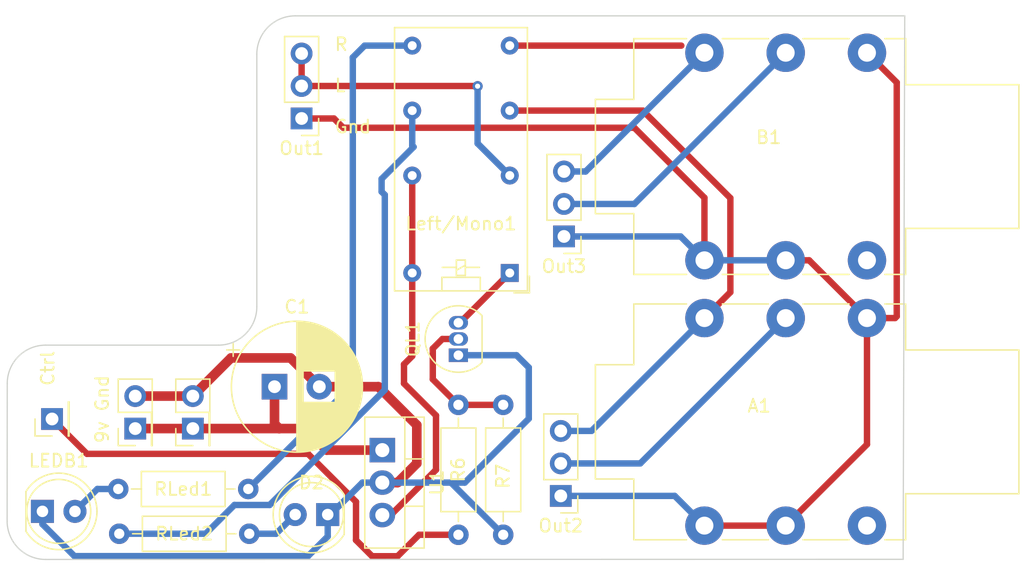
<source format=kicad_pcb>
(kicad_pcb (version 20221018) (generator pcbnew)
  (layers (0 "F.Cu" signal) (31 "B.Cu" signal) (34 "B.Paste" user) (35 "F.Paste" user) (36 "B.SilkS" user "B.Silkscreen") (37 "F.SilkS" user "F.Silkscreen") (38 "B.Mask" user) (39 "F.Mask" user) (44 "Edge.Cuts" user))
  (net 0 "")
  (net 1 "/Control")
  (net 2 "/9V")
  (net 3 "/Ctrl_GND")
  (net 5 "/A")
  (net 6 "/Signal_Gnd")
  (net 8 "/B")
  (net 9 "Net-(D2-A)")
  (net 10 "/5V")
  (net 11 "/L_out")
  (net 12 "Net-(LEDB1-A)")
  (net 13 "Net-(Left/Mono1-Pad9)")
  (net 14 "Net-(Left/Mono1-Pad11)")
  (net 15 "Net-(Out2-Pin_2)")
  (net 16 "Net-(Out3-Pin_2)")
  (net 17 "Net-(QL1-D)")
  (net 18 "Net-(QL1-G)")
  (footprint "Connector_Audio:Jack_6.35mm_Neutrik_NMJ6HFD3_Horizontal" (layer "F.Cu") (at 169.475 80.385)
    (fp_text reference "B1" (at 5.025 6.615) (layer "F.SilkS"))
    (fp_text value "AudioJack3_Switch")
    (fp_line (start -8.52 3.645) (end -5.52 3.645) (stroke (width 0.12)) (layer "F.SilkS"))
    (fp_line (start -8.52 12.545) (end -8.52 3.645) (stroke (width 0.12)) (layer "F.SilkS"))
    (fp_line (start -8.52 12.585) (end -5.52 12.585) (stroke (width 0.12)) (layer "F.SilkS"))
    (fp_line (start -5.52 -1.105) (end -1.4 -1.105) (stroke (width 0.12)) (layer "F.SilkS"))
    (fp_line (start -5.52 3.645) (end -5.52 -1.105) (stroke (width 0.12)) (layer "F.SilkS"))
    (fp_line (start -5.52 17.335) (end -5.52 12.585) (stroke (width 0.12)) (layer "F.SilkS"))
    (fp_line (start -1.4 17.335) (end -5.52 17.335) (stroke (width 0.12)) (layer "F.SilkS"))
    (fp_line (start 1.4 -1.105) (end 5 -1.105) (stroke (width 0.12)) (layer "F.SilkS"))
    (fp_line (start 5 17.335) (end 1.4 17.335) (stroke (width 0.12)) (layer "F.SilkS"))
    (fp_line (start 7.7 -1.105) (end 11.3 -1.105) (stroke (width 0.12)) (layer "F.SilkS"))
    (fp_line (start 11.3 17.335) (end 7.7 17.335) (stroke (width 0.12)) (layer "F.SilkS"))
    (fp_line (start 15.72 -1.105) (end 14.1 -1.105) (stroke (width 0.12)) (layer "F.SilkS"))
    (fp_line (start 15.72 2.495) (end 15.72 -1.105) (stroke (width 0.12)) (layer "F.SilkS"))
    (fp_line (start 15.72 2.495) (end 24.57 2.495) (stroke (width 0.12)) (layer "F.SilkS"))
    (fp_line (start 15.72 13.735) (end 24.57 13.735) (stroke (width 0.12)) (layer "F.SilkS"))
    (fp_line (start 15.72 17.335) (end 14.1 17.335) (stroke (width 0.12)) (layer "F.SilkS"))
    (fp_line (start 15.72 17.335) (end 15.72 13.735) (stroke (width 0.12)) (layer "F.SilkS"))
    (fp_line (start 24.57 13.735) (end 24.57 2.495) (stroke (width 0.12)) (layer "F.SilkS"))
    (pad "R" thru_hole circle (at 6.35 0) (size 3 3) (drill 1.4) (layers "*.Cu" "*.Mask") (net 16 "Net-(Out3-Pin_2)"))
    (pad "RN" thru_hole circle (at 6.35 16.23) (size 3 3) (drill 1.4) (layers "*.Cu" "*.Mask") (net 6 "/Signal_Gnd"))
    (pad "S" thru_hole circle (at 12.7 0) (size 3 3) (drill 1.4) (layers "*.Cu" "*.Mask") (net 6 "/Signal_Gnd"))
    (pad "SN" thru_hole circle (at 12.7 16.23) (size 3 3) (drill 1.4) (layers "*.Cu" "*.Mask"))
    (pad "T" thru_hole circle (at 0 0) (size 3 3) (drill 1.4) (layers "*.Cu" "*.Mask") (net 8 "/B"))
    (pad "TN" thru_hole circle (at 0 16.23) (size 3 3) (drill 1.4) (layers "*.Cu" "*.Mask") (net 6 "/Signal_Gnd"))
  )
  (footprint "Resistor_THT:R_Axial_DIN0207_L6.3mm_D2.5mm_P10.16mm_Horizontal" (layer "F.Cu") (at 153.75 107.92 -90)
    (fp_text reference "R7" (at 5.58 0.02 90) (layer "F.SilkS"))
    (fp_text value "R")
    (fp_line (start 1.04 0) (end 1.81 0) (stroke (width 0.12)) (layer "F.SilkS"))
    (fp_line (start 1.81 -1.37) (end 1.81 1.37) (stroke (width 0.12)) (layer "F.SilkS"))
    (fp_line (start 1.81 1.37) (end 8.35 1.37) (stroke (width 0.12)) (layer "F.SilkS"))
    (fp_line (start 8.35 -1.37) (end 1.81 -1.37) (stroke (width 0.12)) (layer "F.SilkS"))
    (fp_line (start 8.35 1.37) (end 8.35 -1.37) (stroke (width 0.12)) (layer "F.SilkS"))
    (fp_line (start 9.12 0) (end 8.35 0) (stroke (width 0.12)) (layer "F.SilkS"))
    (pad "1" thru_hole circle (at 0 0 270) (size 1.6 1.6) (drill 0.8) (layers "*.Cu" "*.Mask") (net 18 "Net-(QL1-G)"))
    (pad "2" thru_hole oval (at 10.16 0 270) (size 1.6 1.6) (drill 0.8) (layers "*.Cu" "*.Mask") (net 3 "/Ctrl_GND"))
  )
  (footprint "Package_TO_SOT_THT:TO-92_Inline" (layer "F.Cu") (at 150.25 104.04 90)
    (fp_text reference "QL1" (at 1.27 -3.56 90) (layer "F.SilkS"))
    (fp_text value "2N7000")
    (fp_line (start -0.53 1.85) (end 3.07 1.85) (stroke (width 0.12)) (layer "F.SilkS"))
    (fp_arc (start -0.568478 1.838478) (mid -1.132087 -0.994977) (end 1.27 -2.6) (stroke (width 0.12)) (layer "F.SilkS"))
    (fp_arc (start 1.27 -2.6) (mid 3.672087 -0.994977) (end 3.108478 1.838478) (stroke (width 0.12)) (layer "F.SilkS"))
    (pad "1" thru_hole rect (at 0 0 90) (size 1.05 1.5) (drill 0.75) (layers "*.Cu" "*.Mask") (net 3 "/Ctrl_GND"))
    (pad "2" thru_hole oval (at 1.27 0 90) (size 1.05 1.5) (drill 0.75) (layers "*.Cu" "*.Mask") (net 18 "Net-(QL1-G)"))
    (pad "3" thru_hole oval (at 2.54 0 90) (size 1.05 1.5) (drill 0.75) (layers "*.Cu" "*.Mask") (net 17 "Net-(QL1-D)"))
  )
  (footprint "LED_THT:LED_D5.0mm" (layer "F.Cu") (at 117.75 116.25)
    (fp_text reference "LEDB1" (at 1.27 -3.96) (layer "F.SilkS"))
    (fp_text value "LED")
    (fp_line (start -1.29 -1.545) (end -1.29 1.545) (stroke (width 0.12)) (layer "F.SilkS"))
    (fp_arc (start -1.29 -1.54483) (mid 2.072002 -2.880433) (end 4.26 0.000462) (stroke (width 0.12)) (layer "F.SilkS"))
    (fp_arc (start 4.26 -0.000462) (mid 2.072002 2.880433) (end -1.29 1.54483) (stroke (width 0.12)) (layer "F.SilkS"))
    (fp_circle (center 1.27 0) (end 3.77 0) (stroke (width 0.12)) (fill none) (layer "F.SilkS"))
    (pad "1" thru_hole rect (at 0 0) (size 1.8 1.8) (drill 0.9) (layers "*.Cu" "*.Mask") (net 3 "/Ctrl_GND"))
    (pad "2" thru_hole circle (at 2.54 0) (size 1.8 1.8) (drill 0.9) (layers "*.Cu" "*.Mask") (net 12 "Net-(LEDB1-A)"))
  )
  (footprint "Connector_PinHeader_2.54mm:PinHeader_1x03_P2.54mm_Vertical" (layer "F.Cu") (at 158.5 94.75 180)
    (fp_text reference "Out3" (at 0 -2.33) (layer "F.SilkS"))
    (fp_text value "Conn_01x03_Pin")
    (fp_line (start -1.33 -1.33) (end 0 -1.33) (stroke (width 0.12)) (layer "F.SilkS"))
    (fp_line (start -1.33 0) (end -1.33 -1.33) (stroke (width 0.12)) (layer "F.SilkS"))
    (fp_line (start -1.33 1.27) (end -1.33 6.41) (stroke (width 0.12)) (layer "F.SilkS"))
    (fp_line (start -1.33 1.27) (end 1.33 1.27) (stroke (width 0.12)) (layer "F.SilkS"))
    (fp_line (start -1.33 6.41) (end 1.33 6.41) (stroke (width 0.12)) (layer "F.SilkS"))
    (fp_line (start 1.33 1.27) (end 1.33 6.41) (stroke (width 0.12)) (layer "F.SilkS"))
    (pad "1" thru_hole rect (at 0 0 180) (size 1.7 1.7) (drill 1) (layers "*.Cu" "*.Mask") (net 6 "/Signal_Gnd"))
    (pad "2" thru_hole oval (at 0 2.54 180) (size 1.7 1.7) (drill 1) (layers "*.Cu" "*.Mask") (net 16 "Net-(Out3-Pin_2)"))
    (pad "3" thru_hole oval (at 0 5.08 180) (size 1.7 1.7) (drill 1) (layers "*.Cu" "*.Mask") (net 8 "/B"))
  )
  (footprint "Connector_PinHeader_2.54mm:PinHeader_2x01_P2.54mm_Vertical" (layer "F.Cu") (at 125 109.775 90)
    (fp_text reference "J3" hide)
    (fp_text value "Conn_01x02_Pin")
    (fp_line (start -1.33 -1.33) (end 0 -1.33) (stroke (width 0.12)) (layer "F.SilkS"))
    (fp_line (start -1.33 0) (end -1.33 -1.33) (stroke (width 0.12)) (layer "F.SilkS"))
    (fp_line (start -1.33 1.27) (end -1.33 1.33) (stroke (width 0.12)) (layer "F.SilkS"))
    (fp_line (start -1.33 1.27) (end 1.27 1.27) (stroke (width 0.12)) (layer "F.SilkS"))
    (fp_line (start -1.33 1.33) (end 3.87 1.33) (stroke (width 0.12)) (layer "F.SilkS"))
    (fp_line (start 1.27 -1.33) (end 3.87 -1.33) (stroke (width 0.12)) (layer "F.SilkS"))
    (fp_line (start 1.27 1.27) (end 1.27 -1.33) (stroke (width 0.12)) (layer "F.SilkS"))
    (fp_line (start 3.87 -1.33) (end 3.87 1.33) (stroke (width 0.12)) (layer "F.SilkS"))
    (pad "1" thru_hole rect (at 0 0 90) (size 1.7 1.7) (drill 1) (layers "*.Cu" "*.Mask") (net 2 "/9V"))
    (pad "2" thru_hole oval (at 2.54 0 90) (size 1.7 1.7) (drill 1) (layers "*.Cu" "*.Mask") (net 3 "/Ctrl_GND"))
  )
  (footprint "Resistor_THT:R_Axial_DIN0207_L6.3mm_D2.5mm_P10.16mm_Horizontal" (layer "F.Cu") (at 123.75 118)
    (fp_text reference "RLed2" (at 5.08 0) (layer "F.SilkS"))
    (fp_text value "R")
    (fp_line (start 1.04 0) (end 1.81 0) (stroke (width 0.12)) (layer "F.SilkS"))
    (fp_line (start 1.81 -1.37) (end 1.81 1.37) (stroke (width 0.12)) (layer "F.SilkS"))
    (fp_line (start 1.81 1.37) (end 8.35 1.37) (stroke (width 0.12)) (layer "F.SilkS"))
    (fp_line (start 8.35 -1.37) (end 1.81 -1.37) (stroke (width 0.12)) (layer "F.SilkS"))
    (fp_line (start 8.35 1.37) (end 8.35 -1.37) (stroke (width 0.12)) (layer "F.SilkS"))
    (fp_line (start 9.12 0) (end 8.35 0) (stroke (width 0.12)) (layer "F.SilkS"))
    (pad "1" thru_hole circle (at 0 0) (size 1.6 1.6) (drill 0.8) (layers "*.Cu" "*.Mask") (net 14 "Net-(Left/Mono1-Pad11)"))
    (pad "2" thru_hole oval (at 10.16 0) (size 1.6 1.6) (drill 0.8) (layers "*.Cu" "*.Mask") (net 9 "Net-(D2-A)"))
  )
  (footprint "Connector_Audio:Jack_6.35mm_Neutrik_NMJ6HFD3_Horizontal" (layer "F.Cu") (at 169.475 101.135)
    (fp_text reference "A1" (at 4.275 6.865) (layer "F.SilkS"))
    (fp_text value "AudioJack3_Switch")
    (fp_line (start -8.52 3.645) (end -5.52 3.645) (stroke (width 0.12)) (layer "F.SilkS"))
    (fp_line (start -8.52 12.545) (end -8.52 3.645) (stroke (width 0.12)) (layer "F.SilkS"))
    (fp_line (start -8.52 12.585) (end -5.52 12.585) (stroke (width 0.12)) (layer "F.SilkS"))
    (fp_line (start -5.52 -1.105) (end -1.4 -1.105) (stroke (width 0.12)) (layer "F.SilkS"))
    (fp_line (start -5.52 3.645) (end -5.52 -1.105) (stroke (width 0.12)) (layer "F.SilkS"))
    (fp_line (start -5.52 17.335) (end -5.52 12.585) (stroke (width 0.12)) (layer "F.SilkS"))
    (fp_line (start -1.4 17.335) (end -5.52 17.335) (stroke (width 0.12)) (layer "F.SilkS"))
    (fp_line (start 1.4 -1.105) (end 5 -1.105) (stroke (width 0.12)) (layer "F.SilkS"))
    (fp_line (start 5 17.335) (end 1.4 17.335) (stroke (width 0.12)) (layer "F.SilkS"))
    (fp_line (start 7.7 -1.105) (end 11.3 -1.105) (stroke (width 0.12)) (layer "F.SilkS"))
    (fp_line (start 11.3 17.335) (end 7.7 17.335) (stroke (width 0.12)) (layer "F.SilkS"))
    (fp_line (start 15.72 -1.105) (end 14.1 -1.105) (stroke (width 0.12)) (layer "F.SilkS"))
    (fp_line (start 15.72 2.495) (end 15.72 -1.105) (stroke (width 0.12)) (layer "F.SilkS"))
    (fp_line (start 15.72 2.495) (end 24.57 2.495) (stroke (width 0.12)) (layer "F.SilkS"))
    (fp_line (start 15.72 13.735) (end 24.57 13.735) (stroke (width 0.12)) (layer "F.SilkS"))
    (fp_line (start 15.72 17.335) (end 14.1 17.335) (stroke (width 0.12)) (layer "F.SilkS"))
    (fp_line (start 15.72 17.335) (end 15.72 13.735) (stroke (width 0.12)) (layer "F.SilkS"))
    (fp_line (start 24.57 13.735) (end 24.57 2.495) (stroke (width 0.12)) (layer "F.SilkS"))
    (pad "R" thru_hole circle (at 6.35 0) (size 3 3) (drill 1.4) (layers "*.Cu" "*.Mask") (net 15 "Net-(Out2-Pin_2)"))
    (pad "RN" thru_hole circle (at 6.35 16.23) (size 3 3) (drill 1.4) (layers "*.Cu" "*.Mask") (net 6 "/Signal_Gnd"))
    (pad "S" thru_hole circle (at 12.7 0) (size 3 3) (drill 1.4) (layers "*.Cu" "*.Mask") (net 6 "/Signal_Gnd"))
    (pad "SN" thru_hole circle (at 12.7 16.23) (size 3 3) (drill 1.4) (layers "*.Cu" "*.Mask"))
    (pad "T" thru_hole circle (at 0 0) (size 3 3) (drill 1.4) (layers "*.Cu" "*.Mask") (net 5 "/A"))
    (pad "TN" thru_hole circle (at 0 16.23) (size 3 3) (drill 1.4) (layers "*.Cu" "*.Mask") (net 6 "/Signal_Gnd"))
  )
  (footprint "Connector_PinHeader_2.54mm:PinHeader_1x03_P2.54mm_Vertical" (layer "F.Cu") (at 158.25 115.04 180)
    (fp_text reference "Out2" (at 0 -2.33) (layer "F.SilkS"))
    (fp_text value "Conn_01x03_Pin")
    (fp_line (start -1.33 -1.33) (end 0 -1.33) (stroke (width 0.12)) (layer "F.SilkS"))
    (fp_line (start -1.33 0) (end -1.33 -1.33) (stroke (width 0.12)) (layer "F.SilkS"))
    (fp_line (start -1.33 1.27) (end -1.33 6.41) (stroke (width 0.12)) (layer "F.SilkS"))
    (fp_line (start -1.33 1.27) (end 1.33 1.27) (stroke (width 0.12)) (layer "F.SilkS"))
    (fp_line (start -1.33 6.41) (end 1.33 6.41) (stroke (width 0.12)) (layer "F.SilkS"))
    (fp_line (start 1.33 1.27) (end 1.33 6.41) (stroke (width 0.12)) (layer "F.SilkS"))
    (pad "1" thru_hole rect (at 0 0 180) (size 1.7 1.7) (drill 1) (layers "*.Cu" "*.Mask") (net 6 "/Signal_Gnd"))
    (pad "2" thru_hole oval (at 0 2.54 180) (size 1.7 1.7) (drill 1) (layers "*.Cu" "*.Mask") (net 15 "Net-(Out2-Pin_2)"))
    (pad "3" thru_hole oval (at 0 5.08 180) (size 1.7 1.7) (drill 1) (layers "*.Cu" "*.Mask") (net 5 "/A"))
  )
  (footprint "Resistor_THT:R_Axial_DIN0207_L6.3mm_D2.5mm_P10.16mm_Horizontal" (layer "F.Cu") (at 133.83 114.5 180)
    (fp_text reference "RLed1" (at 5.08 0) (layer "F.SilkS"))
    (fp_text value "R")
    (fp_line (start 1.04 0) (end 1.81 0) (stroke (width 0.12)) (layer "F.SilkS"))
    (fp_line (start 1.81 -1.37) (end 1.81 1.37) (stroke (width 0.12)) (layer "F.SilkS"))
    (fp_line (start 1.81 1.37) (end 8.35 1.37) (stroke (width 0.12)) (layer "F.SilkS"))
    (fp_line (start 8.35 -1.37) (end 1.81 -1.37) (stroke (width 0.12)) (layer "F.SilkS"))
    (fp_line (start 8.35 1.37) (end 8.35 -1.37) (stroke (width 0.12)) (layer "F.SilkS"))
    (fp_line (start 9.12 0) (end 8.35 0) (stroke (width 0.12)) (layer "F.SilkS"))
    (pad "1" thru_hole circle (at 0 0 180) (size 1.6 1.6) (drill 0.8) (layers "*.Cu" "*.Mask") (net 13 "Net-(Left/Mono1-Pad9)"))
    (pad "2" thru_hole oval (at 10.16 0 180) (size 1.6 1.6) (drill 0.8) (layers "*.Cu" "*.Mask") (net 12 "Net-(LEDB1-A)"))
  )
  (footprint "Relay_THT:Relay_DPDT_Omron_G5V-2" (layer "F.Cu") (at 154.2625 97.6075 180)
    (fp_text reference "Left/Mono1" (at 3.81 3.8575) (layer "F.SilkS"))
    (fp_text value "G5V-2")
    (fp_line (start -1.54 -1.55) (end -0.33 -1.55) (stroke (width 0.12)) (layer "F.SilkS"))
    (fp_line (start -1.54 -0.25) (end -1.54 -1.55) (stroke (width 0.12)) (layer "F.SilkS"))
    (fp_line (start -1.38 -1.4) (end -1.38 19.19) (stroke (width 0.12)) (layer "F.SilkS"))
    (fp_line (start -1.38 19.19) (end 9 19.19) (stroke (width 0.12)) (layer "F.SilkS"))
    (fp_line (start 2.3 -1.4) (end 2.3 -0.36) (stroke (width 0.12)) (layer "F.SilkS"))
    (fp_line (start 2.3 -0.34) (end 5.3 -0.34) (stroke (width 0.12)) (layer "F.SilkS"))
    (fp_line (start 3.47 -0.19) (end 3.47 1.01) (stroke (width 0.12)) (layer "F.SilkS"))
    (fp_line (start 3.47 0.44) (end 2.37 0.44) (stroke (width 0.12)) (layer "F.SilkS"))
    (fp_line (start 3.47 0.61) (end 4.17 0.21) (stroke (width 0.12)) (layer "F.SilkS"))
    (fp_line (start 3.47 1.01) (end 4.17 1.01) (stroke (width 0.12)) (layer "F.SilkS"))
    (fp_line (start 4.17 -0.19) (end 3.47 -0.19) (stroke (width 0.12)) (layer "F.SilkS"))
    (fp_line (start 4.17 0.44) (end 5.27 0.44) (stroke (width 0.12)) (layer "F.SilkS"))
    (fp_line (start 4.17 1.01) (end 4.17 -0.19) (stroke (width 0.12)) (layer "F.SilkS"))
    (fp_line (start 5.3 -0.34) (end 5.3 -1.4) (stroke (width 0.12)) (layer "F.SilkS"))
    (fp_line (start 9 -1.4) (end -1.38 -1.4) (stroke (width 0.12)) (layer "F.SilkS"))
    (fp_line (start 9 19.19) (end 9 -1.4) (stroke (width 0.12)) (layer "F.SilkS"))
    (pad "1" thru_hole rect (at 0 0 180) (size 1.4 1.4) (drill 0.7) (layers "*.Cu" "*.Mask") (net 17 "Net-(QL1-D)"))
    (pad "4" thru_hole circle (at 0 7.62 180) (size 1.4 1.4) (drill 0.7) (layers "*.Cu" "*.Mask") (net 11 "/L_out"))
    (pad "6" thru_hole circle (at 0 12.7 180) (size 1.4 1.4) (drill 0.7) (layers "*.Cu" "*.Mask") (net 5 "/A"))
    (pad "8" thru_hole circle (at 0 17.78 180) (size 1.4 1.4) (drill 0.7) (layers "*.Cu" "*.Mask") (net 8 "/B"))
    (pad "9" thru_hole circle (at 7.62 17.78 180) (size 1.4 1.4) (drill 0.7) (layers "*.Cu" "*.Mask") (net 13 "Net-(Left/Mono1-Pad9)"))
    (pad "11" thru_hole circle (at 7.62 12.7 180) (size 1.4 1.4) (drill 0.7) (layers "*.Cu" "*.Mask") (net 14 "Net-(Left/Mono1-Pad11)"))
    (pad "13" thru_hole circle (at 7.62 7.62 180) (size 1.4 1.4) (drill 0.7) (layers "*.Cu" "*.Mask") (net 10 "/5V"))
    (pad "16" thru_hole circle (at 7.62 0 180) (size 1.4 1.4) (drill 0.7) (layers "*.Cu" "*.Mask") (net 10 "/5V"))
  )
  (footprint "Capacitor_THT:CP_Radial_D10.0mm_P3.50mm" (layer "F.Cu") (at 135.882323 106.5)
    (fp_text reference "C1" (at 1.75 -6.25) (layer "F.SilkS"))
    (fp_text value "C_Polarized")
    (fp_line (start -3.729646 -2.875) (end -2.729646 -2.875) (stroke (width 0.12)) (layer "F.SilkS"))
    (fp_line (start -3.229646 -3.375) (end -3.229646 -2.375) (stroke (width 0.12)) (layer "F.SilkS"))
    (fp_line (start 1.75 -5.08) (end 1.75 5.08) (stroke (width 0.12)) (layer "F.SilkS"))
    (fp_line (start 1.79 -5.08) (end 1.79 5.08) (stroke (width 0.12)) (layer "F.SilkS"))
    (fp_line (start 1.83 -5.08) (end 1.83 5.08) (stroke (width 0.12)) (layer "F.SilkS"))
    (fp_line (start 1.87 -5.079) (end 1.87 5.079) (stroke (width 0.12)) (layer "F.SilkS"))
    (fp_line (start 1.91 -5.078) (end 1.91 5.078) (stroke (width 0.12)) (layer "F.SilkS"))
    (fp_line (start 1.95 -5.077) (end 1.95 5.077) (stroke (width 0.12)) (layer "F.SilkS"))
    (fp_line (start 1.99 -5.075) (end 1.99 5.075) (stroke (width 0.12)) (layer "F.SilkS"))
    (fp_line (start 2.03 -5.073) (end 2.03 5.073) (stroke (width 0.12)) (layer "F.SilkS"))
    (fp_line (start 2.07 -5.07) (end 2.07 5.07) (stroke (width 0.12)) (layer "F.SilkS"))
    (fp_line (start 2.11 -5.068) (end 2.11 5.068) (stroke (width 0.12)) (layer "F.SilkS"))
    (fp_line (start 2.15 -5.065) (end 2.15 5.065) (stroke (width 0.12)) (layer "F.SilkS"))
    (fp_line (start 2.19 -5.062) (end 2.19 5.062) (stroke (width 0.12)) (layer "F.SilkS"))
    (fp_line (start 2.23 -5.058) (end 2.23 5.058) (stroke (width 0.12)) (layer "F.SilkS"))
    (fp_line (start 2.27 -5.054) (end 2.27 -1.241) (stroke (width 0.12)) (layer "F.SilkS"))
    (fp_line (start 2.27 1.241) (end 2.27 5.054) (stroke (width 0.12)) (layer "F.SilkS"))
    (fp_line (start 2.31 -5.05) (end 2.31 -1.241) (stroke (width 0.12)) (layer "F.SilkS"))
    (fp_line (start 2.31 1.241) (end 2.31 5.05) (stroke (width 0.12)) (layer "F.SilkS"))
    (fp_line (start 2.35 -5.045) (end 2.35 -1.241) (stroke (width 0.12)) (layer "F.SilkS"))
    (fp_line (start 2.35 1.241) (end 2.35 5.045) (stroke (width 0.12)) (layer "F.SilkS"))
    (fp_line (start 2.39 -5.04) (end 2.39 -1.241) (stroke (width 0.12)) (layer "F.SilkS"))
    (fp_line (start 2.39 1.241) (end 2.39 5.04) (stroke (width 0.12)) (layer "F.SilkS"))
    (fp_line (start 2.43 -5.035) (end 2.43 -1.241) (stroke (width 0.12)) (layer "F.SilkS"))
    (fp_line (start 2.43 1.241) (end 2.43 5.035) (stroke (width 0.12)) (layer "F.SilkS"))
    (fp_line (start 2.471 -5.03) (end 2.471 -1.241) (stroke (width 0.12)) (layer "F.SilkS"))
    (fp_line (start 2.471 1.241) (end 2.471 5.03) (stroke (width 0.12)) (layer "F.SilkS"))
    (fp_line (start 2.511 -5.024) (end 2.511 -1.241) (stroke (width 0.12)) (layer "F.SilkS"))
    (fp_line (start 2.511 1.241) (end 2.511 5.024) (stroke (width 0.12)) (layer "F.SilkS"))
    (fp_line (start 2.551 -5.018) (end 2.551 -1.241) (stroke (width 0.12)) (layer "F.SilkS"))
    (fp_line (start 2.551 1.241) (end 2.551 5.018) (stroke (width 0.12)) (layer "F.SilkS"))
    (fp_line (start 2.591 -5.011) (end 2.591 -1.241) (stroke (width 0.12)) (layer "F.SilkS"))
    (fp_line (start 2.591 1.241) (end 2.591 5.011) (stroke (width 0.12)) (layer "F.SilkS"))
    (fp_line (start 2.631 -5.004) (end 2.631 -1.241) (stroke (width 0.12)) (layer "F.SilkS"))
    (fp_line (start 2.631 1.241) (end 2.631 5.004) (stroke (width 0.12)) (layer "F.SilkS"))
    (fp_line (start 2.671 -4.997) (end 2.671 -1.241) (stroke (width 0.12)) (layer "F.SilkS"))
    (fp_line (start 2.671 1.241) (end 2.671 4.997) (stroke (width 0.12)) (layer "F.SilkS"))
    (fp_line (start 2.711 -4.99) (end 2.711 -1.241) (stroke (width 0.12)) (layer "F.SilkS"))
    (fp_line (start 2.711 1.241) (end 2.711 4.99) (stroke (width 0.12)) (layer "F.SilkS"))
    (fp_line (start 2.751 -4.982) (end 2.751 -1.241) (stroke (width 0.12)) (layer "F.SilkS"))
    (fp_line (start 2.751 1.241) (end 2.751 4.982) (stroke (width 0.12)) (layer "F.SilkS"))
    (fp_line (start 2.791 -4.974) (end 2.791 -1.241) (stroke (width 0.12)) (layer "F.SilkS"))
    (fp_line (start 2.791 1.241) (end 2.791 4.974) (stroke (width 0.12)) (layer "F.SilkS"))
    (fp_line (start 2.831 -4.965) (end 2.831 -1.241) (stroke (width 0.12)) (layer "F.SilkS"))
    (fp_line (start 2.831 1.241) (end 2.831 4.965) (stroke (width 0.12)) (layer "F.SilkS"))
    (fp_line (start 2.871 -4.956) (end 2.871 -1.241) (stroke (width 0.12)) (layer "F.SilkS"))
    (fp_line (start 2.871 1.241) (end 2.871 4.956) (stroke (width 0.12)) (layer "F.SilkS"))
    (fp_line (start 2.911 -4.947) (end 2.911 -1.241) (stroke (width 0.12)) (layer "F.SilkS"))
    (fp_line (start 2.911 1.241) (end 2.911 4.947) (stroke (width 0.12)) (layer "F.SilkS"))
    (fp_line (start 2.951 -4.938) (end 2.951 -1.241) (stroke (width 0.12)) (layer "F.SilkS"))
    (fp_line (start 2.951 1.241) (end 2.951 4.938) (stroke (width 0.12)) (layer "F.SilkS"))
    (fp_line (start 2.991 -4.928) (end 2.991 -1.241) (stroke (width 0.12)) (layer "F.SilkS"))
    (fp_line (start 2.991 1.241) (end 2.991 4.928) (stroke (width 0.12)) (layer "F.SilkS"))
    (fp_line (start 3.031 -4.918) (end 3.031 -1.241) (stroke (width 0.12)) (layer "F.SilkS"))
    (fp_line (start 3.031 1.241) (end 3.031 4.918) (stroke (width 0.12)) (layer "F.SilkS"))
    (fp_line (start 3.071 -4.907) (end 3.071 -1.241) (stroke (width 0.12)) (layer "F.SilkS"))
    (fp_line (start 3.071 1.241) (end 3.071 4.907) (stroke (width 0.12)) (layer "F.SilkS"))
    (fp_line (start 3.111 -4.897) (end 3.111 -1.241) (stroke (width 0.12)) (layer "F.SilkS"))
    (fp_line (start 3.111 1.241) (end 3.111 4.897) (stroke (width 0.12)) (layer "F.SilkS"))
    (fp_line (start 3.151 -4.885) (end 3.151 -1.241) (stroke (width 0.12)) (layer "F.SilkS"))
    (fp_line (start 3.151 1.241) (end 3.151 4.885) (stroke (width 0.12)) (layer "F.SilkS"))
    (fp_line (start 3.191 -4.874) (end 3.191 -1.241) (stroke (width 0.12)) (layer "F.SilkS"))
    (fp_line (start 3.191 1.241) (end 3.191 4.874) (stroke (width 0.12)) (layer "F.SilkS"))
    (fp_line (start 3.231 -4.862) (end 3.231 -1.241) (stroke (width 0.12)) (layer "F.SilkS"))
    (fp_line (start 3.231 1.241) (end 3.231 4.862) (stroke (width 0.12)) (layer "F.SilkS"))
    (fp_line (start 3.271 -4.85) (end 3.271 -1.241) (stroke (width 0.12)) (layer "F.SilkS"))
    (fp_line (start 3.271 1.241) (end 3.271 4.85) (stroke (width 0.12)) (layer "F.SilkS"))
    (fp_line (start 3.311 -4.837) (end 3.311 -1.241) (stroke (width 0.12)) (layer "F.SilkS"))
    (fp_line (start 3.311 1.241) (end 3.311 4.837) (stroke (width 0.12)) (layer "F.SilkS"))
    (fp_line (start 3.351 -4.824) (end 3.351 -1.241) (stroke (width 0.12)) (layer "F.SilkS"))
    (fp_line (start 3.351 1.241) (end 3.351 4.824) (stroke (width 0.12)) (layer "F.SilkS"))
    (fp_line (start 3.391 -4.811) (end 3.391 -1.241) (stroke (width 0.12)) (layer "F.SilkS"))
    (fp_line (start 3.391 1.241) (end 3.391 4.811) (stroke (width 0.12)) (layer "F.SilkS"))
    (fp_line (start 3.431 -4.797) (end 3.431 -1.241) (stroke (width 0.12)) (layer "F.SilkS"))
    (fp_line (start 3.431 1.241) (end 3.431 4.797) (stroke (width 0.12)) (layer "F.SilkS"))
    (fp_line (start 3.471 -4.783) (end 3.471 -1.241) (stroke (width 0.12)) (layer "F.SilkS"))
    (fp_line (start 3.471 1.241) (end 3.471 4.783) (stroke (width 0.12)) (layer "F.SilkS"))
    (fp_line (start 3.511 -4.768) (end 3.511 -1.241) (stroke (width 0.12)) (layer "F.SilkS"))
    (fp_line (start 3.511 1.241) (end 3.511 4.768) (stroke (width 0.12)) (layer "F.SilkS"))
    (fp_line (start 3.551 -4.754) (end 3.551 -1.241) (stroke (width 0.12)) (layer "F.SilkS"))
    (fp_line (start 3.551 1.241) (end 3.551 4.754) (stroke (width 0.12)) (layer "F.SilkS"))
    (fp_line (start 3.591 -4.738) (end 3.591 -1.241) (stroke (width 0.12)) (layer "F.SilkS"))
    (fp_line (start 3.591 1.241) (end 3.591 4.738) (stroke (width 0.12)) (layer "F.SilkS"))
    (fp_line (start 3.631 -4.723) (end 3.631 -1.241) (stroke (width 0.12)) (layer "F.SilkS"))
    (fp_line (start 3.631 1.241) (end 3.631 4.723) (stroke (width 0.12)) (layer "F.SilkS"))
    (fp_line (start 3.671 -4.707) (end 3.671 -1.241) (stroke (width 0.12)) (layer "F.SilkS"))
    (fp_line (start 3.671 1.241) (end 3.671 4.707) (stroke (width 0.12)) (layer "F.SilkS"))
    (fp_line (start 3.711 -4.69) (end 3.711 -1.241) (stroke (width 0.12)) (layer "F.SilkS"))
    (fp_line (start 3.711 1.241) (end 3.711 4.69) (stroke (width 0.12)) (layer "F.SilkS"))
    (fp_line (start 3.751 -4.674) (end 3.751 -1.241) (stroke (width 0.12)) (layer "F.SilkS"))
    (fp_line (start 3.751 1.241) (end 3.751 4.674) (stroke (width 0.12)) (layer "F.SilkS"))
    (fp_line (start 3.791 -4.657) (end 3.791 -1.241) (stroke (width 0.12)) (layer "F.SilkS"))
    (fp_line (start 3.791 1.241) (end 3.791 4.657) (stroke (width 0.12)) (layer "F.SilkS"))
    (fp_line (start 3.831 -4.639) (end 3.831 -1.241) (stroke (width 0.12)) (layer "F.SilkS"))
    (fp_line (start 3.831 1.241) (end 3.831 4.639) (stroke (width 0.12)) (layer "F.SilkS"))
    (fp_line (start 3.871 -4.621) (end 3.871 -1.241) (stroke (width 0.12)) (layer "F.SilkS"))
    (fp_line (start 3.871 1.241) (end 3.871 4.621) (stroke (width 0.12)) (layer "F.SilkS"))
    (fp_line (start 3.911 -4.603) (end 3.911 -1.241) (stroke (width 0.12)) (layer "F.SilkS"))
    (fp_line (start 3.911 1.241) (end 3.911 4.603) (stroke (width 0.12)) (layer "F.SilkS"))
    (fp_line (start 3.951 -4.584) (end 3.951 -1.241) (stroke (width 0.12)) (layer "F.SilkS"))
    (fp_line (start 3.951 1.241) (end 3.951 4.584) (stroke (width 0.12)) (layer "F.SilkS"))
    (fp_line (start 3.991 -4.564) (end 3.991 -1.241) (stroke (width 0.12)) (layer "F.SilkS"))
    (fp_line (start 3.991 1.241) (end 3.991 4.564) (stroke (width 0.12)) (layer "F.SilkS"))
    (fp_line (start 4.031 -4.545) (end 4.031 -1.241) (stroke (width 0.12)) (layer "F.SilkS"))
    (fp_line (start 4.031 1.241) (end 4.031 4.545) (stroke (width 0.12)) (layer "F.SilkS"))
    (fp_line (start 4.071 -4.525) (end 4.071 -1.241) (stroke (width 0.12)) (layer "F.SilkS"))
    (fp_line (start 4.071 1.241) (end 4.071 4.525) (stroke (width 0.12)) (layer "F.SilkS"))
    (fp_line (start 4.111 -4.504) (end 4.111 -1.241) (stroke (width 0.12)) (layer "F.SilkS"))
    (fp_line (start 4.111 1.241) (end 4.111 4.504) (stroke (width 0.12)) (layer "F.SilkS"))
    (fp_line (start 4.151 -4.483) (end 4.151 -1.241) (stroke (width 0.12)) (layer "F.SilkS"))
    (fp_line (start 4.151 1.241) (end 4.151 4.483) (stroke (width 0.12)) (layer "F.SilkS"))
    (fp_line (start 4.191 -4.462) (end 4.191 -1.241) (stroke (width 0.12)) (layer "F.SilkS"))
    (fp_line (start 4.191 1.241) (end 4.191 4.462) (stroke (width 0.12)) (layer "F.SilkS"))
    (fp_line (start 4.231 -4.44) (end 4.231 -1.241) (stroke (width 0.12)) (layer "F.SilkS"))
    (fp_line (start 4.231 1.241) (end 4.231 4.44) (stroke (width 0.12)) (layer "F.SilkS"))
    (fp_line (start 4.271 -4.417) (end 4.271 -1.241) (stroke (width 0.12)) (layer "F.SilkS"))
    (fp_line (start 4.271 1.241) (end 4.271 4.417) (stroke (width 0.12)) (layer "F.SilkS"))
    (fp_line (start 4.311 -4.395) (end 4.311 -1.241) (stroke (width 0.12)) (layer "F.SilkS"))
    (fp_line (start 4.311 1.241) (end 4.311 4.395) (stroke (width 0.12)) (layer "F.SilkS"))
    (fp_line (start 4.351 -4.371) (end 4.351 -1.241) (stroke (width 0.12)) (layer "F.SilkS"))
    (fp_line (start 4.351 1.241) (end 4.351 4.371) (stroke (width 0.12)) (layer "F.SilkS"))
    (fp_line (start 4.391 -4.347) (end 4.391 -1.241) (stroke (width 0.12)) (layer "F.SilkS"))
    (fp_line (start 4.391 1.241) (end 4.391 4.347) (stroke (width 0.12)) (layer "F.SilkS"))
    (fp_line (start 4.431 -4.323) (end 4.431 -1.241) (stroke (width 0.12)) (layer "F.SilkS"))
    (fp_line (start 4.431 1.241) (end 4.431 4.323) (stroke (width 0.12)) (layer "F.SilkS"))
    (fp_line (start 4.471 -4.298) (end 4.471 -1.241) (stroke (width 0.12)) (layer "F.SilkS"))
    (fp_line (start 4.471 1.241) (end 4.471 4.298) (stroke (width 0.12)) (layer "F.SilkS"))
    (fp_line (start 4.511 -4.273) (end 4.511 -1.241) (stroke (width 0.12)) (layer "F.SilkS"))
    (fp_line (start 4.511 1.241) (end 4.511 4.273) (stroke (width 0.12)) (layer "F.SilkS"))
    (fp_line (start 4.551 -4.247) (end 4.551 -1.241) (stroke (width 0.12)) (layer "F.SilkS"))
    (fp_line (start 4.551 1.241) (end 4.551 4.247) (stroke (width 0.12)) (layer "F.SilkS"))
    (fp_line (start 4.591 -4.221) (end 4.591 -1.241) (stroke (width 0.12)) (layer "F.SilkS"))
    (fp_line (start 4.591 1.241) (end 4.591 4.221) (stroke (width 0.12)) (layer "F.SilkS"))
    (fp_line (start 4.631 -4.194) (end 4.631 -1.241) (stroke (width 0.12)) (layer "F.SilkS"))
    (fp_line (start 4.631 1.241) (end 4.631 4.194) (stroke (width 0.12)) (layer "F.SilkS"))
    (fp_line (start 4.671 -4.166) (end 4.671 -1.241) (stroke (width 0.12)) (layer "F.SilkS"))
    (fp_line (start 4.671 1.241) (end 4.671 4.166) (stroke (width 0.12)) (layer "F.SilkS"))
    (fp_line (start 4.711 -4.138) (end 4.711 -1.241) (stroke (width 0.12)) (layer "F.SilkS"))
    (fp_line (start 4.711 1.241) (end 4.711 4.138) (stroke (width 0.12)) (layer "F.SilkS"))
    (fp_line (start 4.751 -4.11) (end 4.751 4.11) (stroke (width 0.12)) (layer "F.SilkS"))
    (fp_line (start 4.791 -4.08) (end 4.791 4.08) (stroke (width 0.12)) (layer "F.SilkS"))
    (fp_line (start 4.831 -4.05) (end 4.831 4.05) (stroke (width 0.12)) (layer "F.SilkS"))
    (fp_line (start 4.871 -4.02) (end 4.871 4.02) (stroke (width 0.12)) (layer "F.SilkS"))
    (fp_line (start 4.911 -3.989) (end 4.911 3.989) (stroke (width 0.12)) (layer "F.SilkS"))
    (fp_line (start 4.951 -3.957) (end 4.951 3.957) (stroke (width 0.12)) (layer "F.SilkS"))
    (fp_line (start 4.991 -3.925) (end 4.991 3.925) (stroke (width 0.12)) (layer "F.SilkS"))
    (fp_line (start 5.031 -3.892) (end 5.031 3.892) (stroke (width 0.12)) (layer "F.SilkS"))
    (fp_line (start 5.071 -3.858) (end 5.071 3.858) (stroke (width 0.12)) (layer "F.SilkS"))
    (fp_line (start 5.111 -3.824) (end 5.111 3.824) (stroke (width 0.12)) (layer "F.SilkS"))
    (fp_line (start 5.151 -3.789) (end 5.151 3.789) (stroke (width 0.12)) (layer "F.SilkS"))
    (fp_line (start 5.191 -3.753) (end 5.191 3.753) (stroke (width 0.12)) (layer "F.SilkS"))
    (fp_line (start 5.231 -3.716) (end 5.231 3.716) (stroke (width 0.12)) (layer "F.SilkS"))
    (fp_line (start 5.271 -3.679) (end 5.271 3.679) (stroke (width 0.12)) (layer "F.SilkS"))
    (fp_line (start 5.311 -3.64) (end 5.311 3.64) (stroke (width 0.12)) (layer "F.SilkS"))
    (fp_line (start 5.351 -3.601) (end 5.351 3.601) (stroke (width 0.12)) (layer "F.SilkS"))
    (fp_line (start 5.391 -3.561) (end 5.391 3.561) (stroke (width 0.12)) (layer "F.SilkS"))
    (fp_line (start 5.431 -3.52) (end 5.431 3.52) (stroke (width 0.12)) (layer "F.SilkS"))
    (fp_line (start 5.471 -3.478) (end 5.471 3.478) (stroke (width 0.12)) (layer "F.SilkS"))
    (fp_line (start 5.511 -3.436) (end 5.511 3.436) (stroke (width 0.12)) (layer "F.SilkS"))
    (fp_line (start 5.551 -3.392) (end 5.551 3.392) (stroke (width 0.12)) (layer "F.SilkS"))
    (fp_line (start 5.591 -3.347) (end 5.591 3.347) (stroke (width 0.12)) (layer "F.SilkS"))
    (fp_line (start 5.631 -3.301) (end 5.631 3.301) (stroke (width 0.12)) (layer "F.SilkS"))
    (fp_line (start 5.671 -3.254) (end 5.671 3.254) (stroke (width 0.12)) (layer "F.SilkS"))
    (fp_line (start 5.711 -3.206) (end 5.711 3.206) (stroke (width 0.12)) (layer "F.SilkS"))
    (fp_line (start 5.751 -3.156) (end 5.751 3.156) (stroke (width 0.12)) (layer "F.SilkS"))
    (fp_line (start 5.791 -3.106) (end 5.791 3.106) (stroke (width 0.12)) (layer "F.SilkS"))
    (fp_line (start 5.831 -3.054) (end 5.831 3.054) (stroke (width 0.12)) (layer "F.SilkS"))
    (fp_line (start 5.871 -3) (end 5.871 3) (stroke (width 0.12)) (layer "F.SilkS"))
    (fp_line (start 5.911 -2.945) (end 5.911 2.945) (stroke (width 0.12)) (layer "F.SilkS"))
    (fp_line (start 5.951 -2.889) (end 5.951 2.889) (stroke (width 0.12)) (layer "F.SilkS"))
    (fp_line (start 5.991 -2.83) (end 5.991 2.83) (stroke (width 0.12)) (layer "F.SilkS"))
    (fp_line (start 6.031 -2.77) (end 6.031 2.77) (stroke (width 0.12)) (layer "F.SilkS"))
    (fp_line (start 6.071 -2.709) (end 6.071 2.709) (stroke (width 0.12)) (layer "F.SilkS"))
    (fp_line (start 6.111 -2.645) (end 6.111 2.645) (stroke (width 0.12)) (layer "F.SilkS"))
    (fp_line (start 6.151 -2.579) (end 6.151 2.579) (stroke (width 0.12)) (layer "F.SilkS"))
    (fp_line (start 6.191 -2.51) (end 6.191 2.51) (stroke (width 0.12)) (layer "F.SilkS"))
    (fp_line (start 6.231 -2.439) (end 6.231 2.439) (stroke (width 0.12)) (layer "F.SilkS"))
    (fp_line (start 6.271 -2.365) (end 6.271 2.365) (stroke (width 0.12)) (layer "F.SilkS"))
    (fp_line (start 6.311 -2.289) (end 6.311 2.289) (stroke (width 0.12)) (layer "F.SilkS"))
    (fp_line (start 6.351 -2.209) (end 6.351 2.209) (stroke (width 0.12)) (layer "F.SilkS"))
    (fp_line (start 6.391 -2.125) (end 6.391 2.125) (stroke (width 0.12)) (layer "F.SilkS"))
    (fp_line (start 6.431 -2.037) (end 6.431 2.037) (stroke (width 0.12)) (layer "F.SilkS"))
    (fp_line (start 6.471 -1.944) (end 6.471 1.944) (stroke (width 0.12)) (layer "F.SilkS"))
    (fp_line (start 6.511 -1.846) (end 6.511 1.846) (stroke (width 0.12)) (layer "F.SilkS"))
    (fp_line (start 6.551 -1.742) (end 6.551 1.742) (stroke (width 0.12)) (layer "F.SilkS"))
    (fp_line (start 6.591 -1.63) (end 6.591 1.63) (stroke (width 0.12)) (layer "F.SilkS"))
    (fp_line (start 6.631 -1.51) (end 6.631 1.51) (stroke (width 0.12)) (layer "F.SilkS"))
    (fp_line (start 6.671 -1.378) (end 6.671 1.378) (stroke (width 0.12)) (layer "F.SilkS"))
    (fp_line (start 6.711 -1.23) (end 6.711 1.23) (stroke (width 0.12)) (layer "F.SilkS"))
    (fp_line (start 6.751 -1.062) (end 6.751 1.062) (stroke (width 0.12)) (layer "F.SilkS"))
    (fp_line (start 6.791 -0.862) (end 6.791 0.862) (stroke (width 0.12)) (layer "F.SilkS"))
    (fp_line (start 6.831 -0.599) (end 6.831 0.599) (stroke (width 0.12)) (layer "F.SilkS"))
    (fp_circle (center 1.75 0) (end 6.87 0) (stroke (width 0.12)) (fill none) (layer "F.SilkS"))
    (pad "1" thru_hole rect (at 0 0) (size 2 2) (drill 1) (layers "*.Cu" "*.Mask") (net 2 "/9V"))
    (pad "2" thru_hole circle (at 3.5 0) (size 2 2) (drill 1) (layers "*.Cu" "*.Mask") (net 3 "/Ctrl_GND"))
  )
  (footprint "Package_TO_SOT_THT:TO-220-3_Vertical" (layer "F.Cu") (at 144.305 111.46 -90)
    (fp_text reference "U1" (at 2.54 -4.27 90) (layer "F.SilkS"))
    (fp_text value "L7805")
    (fp_line (start -2.58 -3.27) (end -2.58 1.371) (stroke (width 0.12)) (layer "F.SilkS"))
    (fp_line (start -2.58 -3.27) (end 7.66 -3.27) (stroke (width 0.12)) (layer "F.SilkS"))
    (fp_line (start -2.58 -1.76) (end 7.66 -1.76) (stroke (width 0.12)) (layer "F.SilkS"))
    (fp_line (start -2.58 1.371) (end 7.66 1.371) (stroke (width 0.12)) (layer "F.SilkS"))
    (fp_line (start 0.69 -3.27) (end 0.69 -1.76) (stroke (width 0.12)) (layer "F.SilkS"))
    (fp_line (start 4.391 -3.27) (end 4.391 -1.76) (stroke (width 0.12)) (layer "F.SilkS"))
    (fp_line (start 7.66 -3.27) (end 7.66 1.371) (stroke (width 0.12)) (layer "F.SilkS"))
    (pad "1" thru_hole rect (at 0 0 270) (size 1.905 2) (drill 1.1) (layers "*.Cu" "*.Mask") (net 2 "/9V"))
    (pad "2" thru_hole oval (at 2.54 0 270) (size 1.905 2) (drill 1.1) (layers "*.Cu" "*.Mask") (net 3 "/Ctrl_GND"))
    (pad "3" thru_hole oval (at 5.08 0 270) (size 1.905 2) (drill 1.1) (layers "*.Cu" "*.Mask") (net 10 "/5V"))
  )
  (footprint "Connector_PinHeader_2.54mm:PinHeader_1x01_P2.54mm_Vertical" (layer "F.Cu") (at 118.5 109.025 90)
    (fp_text reference "J1" hide)
    (fp_text value "Conn_01x01_Pin")
    (fp_line (start -1.33 -1.33) (end 0 -1.33) (stroke (width 0.12)) (layer "F.SilkS"))
    (fp_line (start -1.33 0) (end -1.33 -1.33) (stroke (width 0.12)) (layer "F.SilkS"))
    (fp_line (start -1.33 1.27) (end -1.33 1.33) (stroke (width 0.12)) (layer "F.SilkS"))
    (fp_line (start -1.33 1.27) (end 1.33 1.27) (stroke (width 0.12)) (layer "F.SilkS"))
    (fp_line (start -1.33 1.33) (end 1.33 1.33) (stroke (width 0.12)) (layer "F.SilkS"))
    (fp_line (start 1.33 1.27) (end 1.33 1.33) (stroke (width 0.12)) (layer "F.SilkS"))
    (pad "1" thru_hole rect (at 0 0 90) (size 1.7 1.7) (drill 1) (layers "*.Cu" "*.Mask") (net 1 "/Control"))
  )
  (footprint "Resistor_THT:R_Axial_DIN0207_L6.3mm_D2.5mm_P10.16mm_Horizontal" (layer "F.Cu") (at 150.25 118.08 90)
    (fp_text reference "R6" (at 5.08 -0.02 90) (layer "F.SilkS"))
    (fp_text value "R")
    (fp_line (start 1.04 0) (end 1.81 0) (stroke (width 0.12)) (layer "F.SilkS"))
    (fp_line (start 1.81 -1.37) (end 1.81 1.37) (stroke (width 0.12)) (layer "F.SilkS"))
    (fp_line (start 1.81 1.37) (end 8.35 1.37) (stroke (width 0.12)) (layer "F.SilkS"))
    (fp_line (start 8.35 -1.37) (end 1.81 -1.37) (stroke (width 0.12)) (layer "F.SilkS"))
    (fp_line (start 8.35 1.37) (end 8.35 -1.37) (stroke (width 0.12)) (layer "F.SilkS"))
    (fp_line (start 9.12 0) (end 8.35 0) (stroke (width 0.12)) (layer "F.SilkS"))
    (pad "1" thru_hole circle (at 0 0 90) (size 1.6 1.6) (drill 0.8) (layers "*.Cu" "*.Mask") (net 1 "/Control"))
    (pad "2" thru_hole oval (at 10.16 0 90) (size 1.6 1.6) (drill 0.8) (layers "*.Cu" "*.Mask") (net 18 "Net-(QL1-G)"))
  )
  (footprint "LED_THT:LED_D5.0mm" (layer "F.Cu") (at 140.04 116.5 180)
    (fp_text reference "D2" (at 1.27 2.5) (layer "F.SilkS"))
    (fp_text value "LEDA")
    (fp_line (start -1.29 -1.545) (end -1.29 1.545) (stroke (width 0.12)) (layer "F.SilkS"))
    (fp_arc (start -1.29 -1.54483) (mid 2.072002 -2.880433) (end 4.26 0.000462) (stroke (width 0.12)) (layer "F.SilkS"))
    (fp_arc (start 4.26 -0.000462) (mid 2.072002 2.880433) (end -1.29 1.54483) (stroke (width 0.12)) (layer "F.SilkS"))
    (fp_circle (center 1.27 0) (end 3.77 0) (stroke (width 0.12)) (fill none) (layer "F.SilkS"))
    (pad "1" thru_hole rect (at 0 0 180) (size 1.8 1.8) (drill 0.9) (layers "*.Cu" "*.Mask") (net 3 "/Ctrl_GND"))
    (pad "2" thru_hole circle (at 2.54 0 180) (size 1.8 1.8) (drill 0.9) (layers "*.Cu" "*.Mask") (net 9 "Net-(D2-A)"))
  )
  (footprint "Connector_PinHeader_2.54mm:PinHeader_2x01_P2.54mm_Vertical" (layer "F.Cu") (at 129.5 109.775 90)
    (fp_text reference "J2" hide)
    (fp_text value "Conn_01x02_Pin")
    (fp_line (start -1.33 -1.33) (end 0 -1.33) (stroke (width 0.12)) (layer "F.SilkS"))
    (fp_line (start -1.33 0) (end -1.33 -1.33) (stroke (width 0.12)) (layer "F.SilkS"))
    (fp_line (start -1.33 1.27) (end -1.33 1.33) (stroke (width 0.12)) (layer "F.SilkS"))
    (fp_line (start -1.33 1.27) (end 1.27 1.27) (stroke (width 0.12)) (layer "F.SilkS"))
    (fp_line (start -1.33 1.33) (end 3.87 1.33) (stroke (width 0.12)) (layer "F.SilkS"))
    (fp_line (start 1.27 -1.33) (end 3.87 -1.33) (stroke (width 0.12)) (layer "F.SilkS"))
    (fp_line (start 1.27 1.27) (end 1.27 -1.33) (stroke (width 0.12)) (layer "F.SilkS"))
    (fp_line (start 3.87 -1.33) (end 3.87 1.33) (stroke (width 0.12)) (layer "F.SilkS"))
    (pad "1" thru_hole rect (at 0 0 90) (size 1.7 1.7) (drill 1) (layers "*.Cu" "*.Mask") (net 2 "/9V"))
    (pad "2" thru_hole oval (at 2.54 0 90) (size 1.7 1.7) (drill 1) (layers "*.Cu" "*.Mask") (net 3 "/Ctrl_GND"))
  )
  (footprint "Connector_PinHeader_2.54mm:PinHeader_1x03_P2.54mm_Vertical" (layer "F.Cu") (at 138 85.525 180)
    (fp_text reference "Out1" (at 0 -2.33) (layer "F.SilkS"))
    (fp_text value "Conn_01x03_Pin")
    (fp_line (start -1.33 -1.33) (end 0 -1.33) (stroke (width 0.12)) (layer "F.SilkS"))
    (fp_line (start -1.33 0) (end -1.33 -1.33) (stroke (width 0.12)) (layer "F.SilkS"))
    (fp_line (start -1.33 1.27) (end -1.33 6.41) (stroke (width 0.12)) (layer "F.SilkS"))
    (fp_line (start -1.33 1.27) (end 1.33 1.27) (stroke (width 0.12)) (layer "F.SilkS"))
    (fp_line (start -1.33 6.41) (end 1.33 6.41) (stroke (width 0.12)) (layer "F.SilkS"))
    (fp_line (start 1.33 1.27) (end 1.33 6.41) (stroke (width 0.12)) (layer "F.SilkS"))
    (pad "1" thru_hole rect (at 0 0 180) (size 1.7 1.7) (drill 1) (layers "*.Cu" "*.Mask") (net 6 "/Signal_Gnd"))
    (pad "2" thru_hole oval (at 0 2.54 180) (size 1.7 1.7) (drill 1) (layers "*.Cu" "*.Mask") (net 11 "/L_out"))
    (pad "3" thru_hole oval (at 0 5.08 180) (size 1.7 1.7) (drill 1) (layers "*.Cu" "*.Mask") (net 11 "/L_out"))
  )
  (gr_line (start 131.500001 103.250001) (end 117.999999 103.249999) (stroke (width 0.1)) (layer "Edge.Cuts"))
  (gr_line (start 134.499999 80.499999) (end 134.500001 100.250001) (stroke (width 0.1)) (layer "Edge.Cuts"))
  (gr_line (start 185.000001 120) (end 117.999999 120.010398) (stroke (width 0.1)) (layer "Edge.Cuts"))
  (gr_arc (start 114.999999 106.249999) (mid 115.878679 104.128679) (end 117.999999 103.249999) (stroke (width 0.1)) (layer "Edge.Cuts"))
  (gr_line (start 185.125 77.5) (end 185.000001 120) (stroke (width 0.1)) (layer "Edge.Cuts"))
  (gr_arc (start 134.499999 80.499999) (mid 135.378679 78.378679) (end 137.499999 77.499999) (stroke (width 0.1)) (layer "Edge.Cuts"))
  (gr_line (start 137.499999 77.499999) (end 185.125 77.5) (stroke (width 0.1)) (layer "Edge.Cuts"))
  (gr_arc (start 117.999999 120.010398) (mid 115.871327 119.128673) (end 114.989602 117.000001) (stroke (width 0.1)) (layer "Edge.Cuts"))
  (gr_arc (start 134.500001 100.250001) (mid 133.621321 102.371321) (end 131.500001 103.250001) (stroke (width 0.1)) (layer "Edge.Cuts"))
  (gr_line (start 114.989602 117.000001) (end 114.999999 106.249999) (stroke (width 0.1)) (layer "Edge.Cuts"))
  (gr_text "9v Gnd" (at 123 111 90) (layer "F.SilkS") (effects (font (size 1 1)) (justify left bottom)))
  (gr_text "Ctrl\n" (at 118.75 106.525 90) (layer "F.SilkS") (effects (font (size 1 1)) (justify left bottom)))
  (gr_text "R\n\nL\n\nGnd\n" (at 140.5 86.75) (layer "F.SilkS") (effects (font (size 1 1)) (justify left bottom)))
  (segment (start 138.5 111.75) (end 142.25 115.5) (width 0.5) (layer "F.Cu") (net 1))
  (segment (start 145.499961 119.756049) (end 147.17601 118.08) (width 0.5) (layer "F.Cu") (net 1))
  (segment (start 142.25 118.5) (end 143.506364 119.756364) (width 0.5) (layer "F.Cu") (net 1))
  (segment (start 147.17601 118.08) (end 150.25 118.08) (width 0.5) (layer "F.Cu") (net 1))
  (segment (start 142.25 115.5) (end 142.25 118.5) (width 0.5) (layer "F.Cu") (net 1))
  (segment (start 121.225 111.75) (end 138.5 111.75) (width 0.5) (layer "F.Cu") (net 1))
  (segment (start 143.506364 119.756364) (end 145.499961 119.756049) (width 0.5) (layer "F.Cu") (net 1))
  (segment (start 118.5 109.025) (end 121.225 111.75) (width 0.5) (layer "F.Cu") (net 1))
  (segment (start 139.96 111.46) (end 144.305 111.46) (width 0.75) (layer "F.Cu") (net 2))
  (segment (start 129.5 109.775) (end 136.25 109.775) (width 0.75) (layer "F.Cu") (net 2))
  (segment (start 136.25 109.775) (end 138.275 109.775) (width 0.75) (layer "F.Cu") (net 2))
  (segment (start 135.882323 109.407323) (end 136.25 109.775) (width 0.75) (layer "F.Cu") (net 2))
  (segment (start 135.882323 106.5) (end 135.882323 109.407323) (width 0.75) (layer "F.Cu") (net 2))
  (segment (start 125 109.775) (end 129.5 109.775) (width 0.75) (layer "F.Cu") (net 2))
  (segment (start 138.275 109.775) (end 139.96 111.46) (width 0.75) (layer "F.Cu") (net 2))
  (segment (start 129.5 107.235) (end 132.485 104.25) (width 0.75) (layer "F.Cu") (net 3))
  (segment (start 139.382323 106.5) (end 144 106.5) (width 0.75) (layer "F.Cu") (net 3))
  (segment (start 125 107.235) (end 129.5 107.235) (width 0.75) (layer "F.Cu") (net 3))
  (segment (start 132.485 104.25) (end 137.132323 104.25) (width 0.75) (layer "F.Cu") (net 3))
  (segment (start 137.132323 104.25) (end 139.382323 106.5) (width 0.75) (layer "F.Cu") (net 3))
  (segment (start 147 112.5) (end 145.5 114) (width 0.75) (layer "F.Cu") (net 3))
  (segment (start 145.5 114) (end 144.305 114) (width 0.75) (layer "F.Cu") (net 3))
  (segment (start 147 109.5) (end 147 112.5) (width 0.75) (layer "F.Cu") (net 3))
  (segment (start 144 106.5) (end 147 109.5) (width 0.75) (layer "F.Cu") (net 3))
  (segment (start 150.75 114) (end 155.75 109) (width 0.5) (layer "B.Cu") (net 3))
  (segment (start 117.75 116.25) (end 117.75 117.25) (width 0.5) (layer "B.Cu") (net 3))
  (segment (start 153.75 118.08) (end 149.67 114) (width 0.5) (layer "B.Cu") (net 3))
  (segment (start 149.67 114) (end 150.75 114) (width 0.5) (layer "B.Cu") (net 3))
  (segment (start 117.75 117.25) (end 120.25 119.75) (width 0.5) (layer "B.Cu") (net 3))
  (segment (start 140.04 116.5) (end 140.25 116.5) (width 0.5) (layer "B.Cu") (net 3))
  (segment (start 155.75 105) (end 155.75 109) (width 0.5) (layer "B.Cu") (net 3))
  (segment (start 120.25 119.75) (end 138.5 119.75) (width 0.5) (layer "B.Cu") (net 3))
  (segment (start 154.79 104.04) (end 150.25 104.04) (width 0.5) (layer "B.Cu") (net 3))
  (segment (start 155.75 105) (end 154.79 104.04) (width 0.5) (layer "B.Cu") (net 3))
  (segment (start 140.25 116.5) (end 142.75 114) (width 0.5) (layer "B.Cu") (net 3))
  (segment (start 149.67 114) (end 144.305 114) (width 0.5) (layer "B.Cu") (net 3))
  (segment (start 138.5 119.75) (end 140.04 118.21) (width 0.5) (layer "B.Cu") (net 3))
  (segment (start 142.75 114) (end 144.305 114) (width 0.5) (layer "B.Cu") (net 3))
  (segment (start 140.04 118.21) (end 140.04 116.5) (width 0.5) (layer "B.Cu") (net 3))
  (segment (start 164.6575 84.9075) (end 154.2625 84.9075) (width 0.5) (layer "F.Cu") (net 5))
  (segment (start 169.475 101.135) (end 171.5 99.11) (width 0.5) (layer "F.Cu") (net 5))
  (segment (start 171.5 91.75) (end 164.6575 84.9075) (width 0.5) (layer "F.Cu") (net 5))
  (segment (start 171.5 99.11) (end 171.5 91.75) (width 0.5) (layer "F.Cu") (net 5))
  (segment (start 158.25 109.96) (end 160.65 109.96) (width 0.5) (layer "B.Cu") (net 5))
  (segment (start 160.65 109.96) (end 169.475 101.135) (width 0.5) (layer "B.Cu") (net 5))
  (segment (start 177.655 96.615) (end 175.825 96.615) (width 0.5) (layer "F.Cu") (net 6))
  (segment (start 182.175 111.015) (end 175.825 117.365) (width 0.5) (layer "F.Cu") (net 6))
  (segment (start 169.475 96.615) (end 169.475 91.725) (width 0.5) (layer "F.Cu") (net 6))
  (segment (start 184.5 82.71) (end 184.5 101) (width 0.5) (layer "F.Cu") (net 6))
  (segment (start 184.5 101) (end 184.365 101.135) (width 0.5) (layer "F.Cu") (net 6))
  (segment (start 164 86.25) (end 141.25 86.25) (width 0.5) (layer "F.Cu") (net 6))
  (segment (start 182.175 80.385) (end 184.5 82.71) (width 0.5) (layer "F.Cu") (net 6))
  (segment (start 169.475 91.725) (end 164 86.25) (width 0.5) (layer "F.Cu") (net 6))
  (segment (start 140.525 85.525) (end 138 85.525) (width 0.5) (layer "F.Cu") (net 6))
  (segment (start 182.175 101.135) (end 182.175 111.015) (width 0.5) (layer "F.Cu") (net 6))
  (segment (start 141.25 86.25) (end 140.525 85.525) (width 0.5) (layer "F.Cu") (net 6))
  (segment (start 184.365 101.135) (end 182.175 101.135) (width 0.5) (layer "F.Cu") (net 6))
  (segment (start 175.825 117.365) (end 169.475 117.365) (width 0.5) (layer "F.Cu") (net 6))
  (segment (start 182.175 101.135) (end 177.655 96.615) (width 0.5) (layer "F.Cu") (net 6))
  (segment (start 158.5 94.75) (end 167.61 94.75) (width 0.5) (layer "B.Cu") (net 6))
  (segment (start 167.61 94.75) (end 169.475 96.615) (width 0.5) (layer "B.Cu") (net 6))
  (segment (start 169.475 96.615) (end 175.825 96.615) (width 0.5) (layer "B.Cu") (net 6))
  (segment (start 158.25 115.04) (end 167.15 115.04) (width 0.5) (layer "B.Cu") (net 6))
  (segment (start 167.15 115.04) (end 169.475 117.365) (width 0.5) (layer "B.Cu") (net 6))
  (segment (start 154.2625 79.8275) (end 167.6675 79.8275) (width 0.5) (layer "F.Cu") (net 8))
  (segment (start 168.9175 79.8275) (end 169.475 80.385) (width 0.5) (layer "F.Cu") (net 8))
  (segment (start 160.19 89.67) (end 169.475 80.385) (width 0.5) (layer "B.Cu") (net 8))
  (segment (start 158.5 89.67) (end 160.19 89.67) (width 0.5) (layer "B.Cu") (net 8))
  (segment (start 133.91 118) (end 136 118) (width 0.5) (layer "B.Cu") (net 9))
  (segment (start 136 118) (end 137.5 116.5) (width 0.5) (layer "B.Cu") (net 9))
  (segment (start 144.305 116.54) (end 144.96 116.54) (width 0.5) (layer "F.Cu") (net 10))
  (segment (start 146 106.25) (end 146 104.75) (width 0.5) (layer "F.Cu") (net 10))
  (segment (start 148.5 113) (end 148.5 108.75) (width 0.5) (layer "F.Cu") (net 10))
  (segment (start 146 104.75) (end 146.6425 104.1075) (width 0.5) (layer "F.Cu") (net 10))
  (segment (start 144.96 116.54) (end 148.5 113) (width 0.5) (layer "F.Cu") (net 10))
  (segment (start 146.6425 104.1075) (end 146.6425 97.6075) (width 0.5) (layer "F.Cu") (net 10))
  (segment (start 146.6425 97.6075) (end 146.6425 89.9875) (width 0.5) (layer "F.Cu") (net 10))
  (segment (start 148.5 108.75) (end 146 106.25) (width 0.5) (layer "F.Cu") (net 10))
  (segment (start 138 80.445) (end 138 82.985) (width 0.5) (layer "F.Cu") (net 11))
  (segment (start 138 82.985) (end 151.735 82.985) (width 0.5) (layer "F.Cu") (net 11))
  (segment (start 151.735 82.985) (end 151.75 83) (width 0.5) (layer "F.Cu") (net 11))
  (via (at 151.75 83) (size 0.8) (drill 0.4) (layers "F.Cu" "B.Cu") (net 11))
  (segment (start 154.2625 89.9875) (end 151.75 87.475) (width 0.5) (layer "B.Cu") (net 11))
  (segment (start 151.75 87.475) (end 151.75 83) (width 0.5) (layer "B.Cu") (net 11))
  (segment (start 123.67 114.5) (end 122.04 114.5) (width 0.5) (layer "B.Cu") (net 12))
  (segment (start 122.04 114.5) (end 120.29 116.25) (width 0.5) (layer "B.Cu") (net 12))
  (segment (start 142.9225 79.8275) (end 142 80.75) (width 0.5) (layer "B.Cu") (net 13))
  (segment (start 142 80.75) (end 142 106.33) (width 0.5) (layer "B.Cu") (net 13))
  (segment (start 146.6425 79.8275) (end 142.9225 79.8275) (width 0.5) (layer "B.Cu") (net 13))
  (segment (start 142 106.33) (end 133.83 114.5) (width 0.5) (layer "B.Cu") (net 13))
  (segment (start 146.6425 87.6425) (end 146.6425 84.9075) (width 0.5) (layer "B.Cu") (net 14))
  (segment (start 123.75 118) (end 130.5 118) (width 0.5) (layer "B.Cu") (net 14))
  (segment (start 144.5 106.75) (end 144.5 91.5) (width 0.5) (layer "B.Cu") (net 14))
  (segment (start 144.5 91.5) (end 144.25 91.25) (width 0.5) (layer "B.Cu") (net 14))
  (segment (start 144.25 90.25) (end 146.75 87.75) (width 0.5) (layer "B.Cu") (net 14))
  (segment (start 135.5 115.75) (end 144.5 106.75) (width 0.5) (layer "B.Cu") (net 14))
  (segment (start 144.25 91.25) (end 144.25 90.25) (width 0.5) (layer "B.Cu") (net 14))
  (segment (start 132.75 115.75) (end 135.5 115.75) (width 0.5) (layer "B.Cu") (net 14))
  (segment (start 146.75 87.75) (end 146.6425 87.6425) (width 0.5) (layer "B.Cu") (net 14))
  (segment (start 130.5 118) (end 132.75 115.75) (width 0.5) (layer "B.Cu") (net 14))
  (segment (start 164.46 112.5) (end 175.825 101.135) (width 0.5) (layer "B.Cu") (net 15))
  (segment (start 158.25 112.5) (end 164.46 112.5) (width 0.5) (layer "B.Cu") (net 15))
  (segment (start 164 92.21) (end 175.825 80.385) (width 0.5) (layer "B.Cu") (net 16))
  (segment (start 158.5 92.21) (end 164 92.21) (width 0.5) (layer "B.Cu") (net 16))
  (segment (start 150.25 101.5) (end 150.37 101.5) (width 0.5) (layer "F.Cu") (net 17))
  (segment (start 150.37 101.5) (end 154.2625 97.6075) (width 0.5) (layer "F.Cu") (net 17))
  (segment (start 148.25 103.52) (end 149 102.77) (width 0.5) (layer "F.Cu") (net 18))
  (segment (start 148.25 105.92) (end 148.25 103.52) (width 0.5) (layer "F.Cu") (net 18))
  (segment (start 153.75 107.92) (end 150.25 107.92) (width 0.5) (layer "F.Cu") (net 18))
  (segment (start 150.25 107.92) (end 148.25 105.92) (width 0.5) (layer "F.Cu") (net 18))
  (segment (start 149 102.77) (end 150.25 102.77) (width 0.5) (layer "F.Cu") (net 18))
)
</source>
